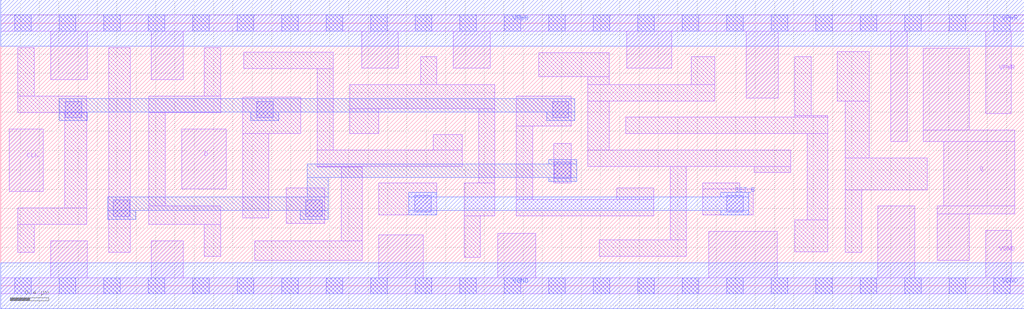
<source format=lef>
# Copyright 2020 The SkyWater PDK Authors
#
# Licensed under the Apache License, Version 2.0 (the "License");
# you may not use this file except in compliance with the License.
# You may obtain a copy of the License at
#
#     https://www.apache.org/licenses/LICENSE-2.0
#
# Unless required by applicable law or agreed to in writing, software
# distributed under the License is distributed on an "AS IS" BASIS,
# WITHOUT WARRANTIES OR CONDITIONS OF ANY KIND, either express or implied.
# See the License for the specific language governing permissions and
# limitations under the License.
#
# SPDX-License-Identifier: Apache-2.0

VERSION 5.7 ;
  NAMESCASESENSITIVE ON ;
  NOWIREEXTENSIONATPIN ON ;
  DIVIDERCHAR "/" ;
  BUSBITCHARS "[]" ;
UNITS
  DATABASE MICRONS 200 ;
END UNITS
PROPERTYDEFINITIONS
  MACRO maskLayoutSubType STRING ;
  MACRO prCellType STRING ;
  MACRO originalViewName STRING ;
END PROPERTYDEFINITIONS
MACRO sky130_fd_sc_hdll__dfstp_2
  CLASS CORE ;
  FOREIGN sky130_fd_sc_hdll__dfstp_2 ;
  ORIGIN  0.000000  0.000000 ;
  SIZE  10.58000 BY  2.720000 ;
  SYMMETRY X Y R90 ;
  SITE unithd ;
  PIN CLK
    ANTENNAGATEAREA  0.178200 ;
    DIRECTION INPUT ;
    USE SIGNAL ;
    PORT
      LAYER li1 ;
        RECT 0.090000 0.975000 0.440000 1.625000 ;
    END
  END CLK
  PIN D
    ANTENNAGATEAREA  0.247200 ;
    DIRECTION INPUT ;
    USE SIGNAL ;
    PORT
      LAYER li1 ;
        RECT 1.870000 1.005000 2.330000 1.625000 ;
    END
  END D
  PIN Q
    ANTENNADIFFAREA  0.530500 ;
    DIRECTION OUTPUT ;
    USE SIGNAL ;
    PORT
      LAYER li1 ;
        RECT 9.540000 1.495000 10.485000 1.615000 ;
        RECT 9.540000 1.615000 10.015000 2.460000 ;
        RECT 9.685000 0.265000 10.015000 0.745000 ;
        RECT 9.685000 0.745000 10.485000 0.825000 ;
        RECT 9.750000 0.825000 10.485000 1.495000 ;
    END
  END Q
  PIN SET_B
    ANTENNAGATEAREA  0.277200 ;
    DIRECTION INPUT ;
    USE SIGNAL ;
    PORT
      LAYER met1 ;
        RECT 4.220000 0.735000 4.510000 0.780000 ;
        RECT 4.220000 0.780000 7.735000 0.920000 ;
        RECT 4.220000 0.920000 4.510000 0.965000 ;
        RECT 7.445000 0.735000 7.735000 0.780000 ;
        RECT 7.445000 0.920000 7.735000 0.965000 ;
    END
  END SET_B
  PIN VGND
    ANTENNADIFFAREA  1.330550 ;
    DIRECTION INOUT ;
    USE SIGNAL ;
    PORT
      LAYER li1 ;
        RECT  0.000000 -0.085000 10.580000 0.085000 ;
        RECT  0.515000  0.085000  0.895000 0.465000 ;
        RECT  1.555000  0.085000  1.885000 0.465000 ;
        RECT  3.910000  0.085000  4.370000 0.525000 ;
        RECT  5.140000  0.085000  5.530000 0.545000 ;
        RECT  7.320000  0.085000  8.030000 0.565000 ;
        RECT  9.070000  0.085000  9.450000 0.825000 ;
        RECT 10.185000  0.085000 10.450000 0.575000 ;
      LAYER mcon ;
        RECT  0.145000 -0.085000  0.315000 0.085000 ;
        RECT  0.605000 -0.085000  0.775000 0.085000 ;
        RECT  1.065000 -0.085000  1.235000 0.085000 ;
        RECT  1.525000 -0.085000  1.695000 0.085000 ;
        RECT  1.985000 -0.085000  2.155000 0.085000 ;
        RECT  2.445000 -0.085000  2.615000 0.085000 ;
        RECT  2.905000 -0.085000  3.075000 0.085000 ;
        RECT  3.365000 -0.085000  3.535000 0.085000 ;
        RECT  3.825000 -0.085000  3.995000 0.085000 ;
        RECT  4.285000 -0.085000  4.455000 0.085000 ;
        RECT  4.745000 -0.085000  4.915000 0.085000 ;
        RECT  5.205000 -0.085000  5.375000 0.085000 ;
        RECT  5.665000 -0.085000  5.835000 0.085000 ;
        RECT  6.125000 -0.085000  6.295000 0.085000 ;
        RECT  6.585000 -0.085000  6.755000 0.085000 ;
        RECT  7.045000 -0.085000  7.215000 0.085000 ;
        RECT  7.505000 -0.085000  7.675000 0.085000 ;
        RECT  7.965000 -0.085000  8.135000 0.085000 ;
        RECT  8.425000 -0.085000  8.595000 0.085000 ;
        RECT  8.885000 -0.085000  9.055000 0.085000 ;
        RECT  9.345000 -0.085000  9.515000 0.085000 ;
        RECT  9.805000 -0.085000  9.975000 0.085000 ;
        RECT 10.265000 -0.085000 10.435000 0.085000 ;
    END
    PORT
      LAYER met1 ;
        RECT 0.000000 -0.240000 10.580000 0.240000 ;
    END
  END VGND
  PIN VPWR
    ANTENNADIFFAREA  1.678900 ;
    DIRECTION INOUT ;
    USE SIGNAL ;
    PORT
      LAYER li1 ;
        RECT  0.000000 2.635000 10.580000 2.805000 ;
        RECT  0.515000 2.135000  0.895000 2.635000 ;
        RECT  1.555000 2.135000  1.885000 2.635000 ;
        RECT  3.730000 2.255000  4.110000 2.635000 ;
        RECT  4.680000 2.255000  5.060000 2.635000 ;
        RECT  6.470000 2.255000  6.940000 2.635000 ;
        RECT  7.710000 1.945000  8.040000 2.635000 ;
        RECT  9.200000 1.495000  9.370000 2.635000 ;
        RECT 10.185000 1.785000 10.450000 2.635000 ;
      LAYER mcon ;
        RECT  0.145000 2.635000  0.315000 2.805000 ;
        RECT  0.605000 2.635000  0.775000 2.805000 ;
        RECT  1.065000 2.635000  1.235000 2.805000 ;
        RECT  1.525000 2.635000  1.695000 2.805000 ;
        RECT  1.985000 2.635000  2.155000 2.805000 ;
        RECT  2.445000 2.635000  2.615000 2.805000 ;
        RECT  2.905000 2.635000  3.075000 2.805000 ;
        RECT  3.365000 2.635000  3.535000 2.805000 ;
        RECT  3.825000 2.635000  3.995000 2.805000 ;
        RECT  4.285000 2.635000  4.455000 2.805000 ;
        RECT  4.745000 2.635000  4.915000 2.805000 ;
        RECT  5.205000 2.635000  5.375000 2.805000 ;
        RECT  5.665000 2.635000  5.835000 2.805000 ;
        RECT  6.125000 2.635000  6.295000 2.805000 ;
        RECT  6.585000 2.635000  6.755000 2.805000 ;
        RECT  7.045000 2.635000  7.215000 2.805000 ;
        RECT  7.505000 2.635000  7.675000 2.805000 ;
        RECT  7.965000 2.635000  8.135000 2.805000 ;
        RECT  8.425000 2.635000  8.595000 2.805000 ;
        RECT  8.885000 2.635000  9.055000 2.805000 ;
        RECT  9.345000 2.635000  9.515000 2.805000 ;
        RECT  9.805000 2.635000  9.975000 2.805000 ;
        RECT 10.265000 2.635000 10.435000 2.805000 ;
    END
    PORT
      LAYER met1 ;
        RECT 0.000000 2.480000 10.580000 2.960000 ;
    END
  END VPWR
  OBS
    LAYER li1 ;
      RECT 0.175000 0.345000 0.345000 0.635000 ;
      RECT 0.175000 0.635000 0.890000 0.805000 ;
      RECT 0.175000 1.795000 0.890000 1.965000 ;
      RECT 0.175000 1.965000 0.345000 2.465000 ;
      RECT 0.660000 0.805000 0.890000 1.795000 ;
      RECT 1.115000 0.345000 1.340000 2.465000 ;
      RECT 1.530000 0.635000 2.275000 0.825000 ;
      RECT 1.530000 0.825000 1.700000 1.795000 ;
      RECT 1.530000 1.795000 2.275000 1.965000 ;
      RECT 2.105000 0.305000 2.275000 0.635000 ;
      RECT 2.105000 1.965000 2.275000 2.465000 ;
      RECT 2.500000 0.705000 2.770000 1.575000 ;
      RECT 2.500000 1.575000 3.100000 1.955000 ;
      RECT 2.510000 2.250000 3.440000 2.420000 ;
      RECT 2.625000 0.265000 3.740000 0.465000 ;
      RECT 2.950000 0.645000 3.350000 1.015000 ;
      RECT 3.270000 1.230000 3.740000 1.235000 ;
      RECT 3.270000 1.235000 4.770000 1.405000 ;
      RECT 3.270000 1.405000 3.440000 2.250000 ;
      RECT 3.520000 0.465000 3.740000 1.230000 ;
      RECT 3.610000 1.575000 3.910000 1.835000 ;
      RECT 3.610000 1.835000 5.110000 2.085000 ;
      RECT 3.910000 0.735000 4.510000 1.065000 ;
      RECT 4.340000 2.085000 4.510000 2.375000 ;
      RECT 4.470000 1.405000 4.770000 1.565000 ;
      RECT 4.790000 0.295000 4.960000 0.725000 ;
      RECT 4.790000 0.725000 5.110000 1.065000 ;
      RECT 4.940000 1.065000 5.110000 1.835000 ;
      RECT 5.330000 0.725000 6.750000 0.895000 ;
      RECT 5.330000 0.895000 5.500000 1.655000 ;
      RECT 5.330000 1.655000 5.900000 1.965000 ;
      RECT 5.560000 2.165000 6.290000 2.415000 ;
      RECT 5.720000 1.065000 5.900000 1.475000 ;
      RECT 6.070000 1.235000 8.170000 1.405000 ;
      RECT 6.070000 1.405000 6.290000 1.915000 ;
      RECT 6.070000 1.915000 7.380000 2.085000 ;
      RECT 6.070000 2.085000 6.290000 2.165000 ;
      RECT 6.190000 0.305000 7.090000 0.475000 ;
      RECT 6.370000 0.895000 6.750000 1.015000 ;
      RECT 6.460000 1.575000 8.550000 1.745000 ;
      RECT 6.920000 0.475000 7.090000 1.235000 ;
      RECT 7.140000 2.085000 7.380000 2.375000 ;
      RECT 7.260000 0.735000 7.780000 1.005000 ;
      RECT 7.260000 1.005000 7.640000 1.065000 ;
      RECT 7.790000 1.175000 8.170000 1.235000 ;
      RECT 8.210000 0.350000 8.550000 0.680000 ;
      RECT 8.210000 1.745000 8.550000 1.765000 ;
      RECT 8.210000 1.765000 8.380000 2.375000 ;
      RECT 8.340000 0.680000 8.550000 1.575000 ;
      RECT 8.650000 1.915000 8.980000 2.425000 ;
      RECT 8.730000 0.345000 8.900000 0.995000 ;
      RECT 8.730000 0.995000 9.580000 1.325000 ;
      RECT 8.730000 1.325000 8.980000 1.915000 ;
    LAYER mcon ;
      RECT 0.665000 1.740000 0.835000 1.910000 ;
      RECT 1.165000 0.720000 1.335000 0.890000 ;
      RECT 2.645000 1.740000 2.815000 1.910000 ;
      RECT 3.155000 0.720000 3.325000 0.890000 ;
      RECT 4.280000 0.765000 4.450000 0.935000 ;
      RECT 5.705000 1.740000 5.875000 1.910000 ;
      RECT 5.725000 1.110000 5.895000 1.280000 ;
      RECT 7.505000 0.765000 7.675000 0.935000 ;
    LAYER met1 ;
      RECT 0.605000 1.710000 0.895000 1.800000 ;
      RECT 0.605000 1.800000 5.935000 1.940000 ;
      RECT 1.105000 0.690000 1.395000 0.780000 ;
      RECT 1.105000 0.780000 3.385000 0.920000 ;
      RECT 2.585000 1.710000 2.875000 1.800000 ;
      RECT 3.095000 0.690000 3.385000 0.780000 ;
      RECT 3.170000 0.920000 3.385000 1.120000 ;
      RECT 3.170000 1.120000 5.955000 1.260000 ;
      RECT 5.645000 1.710000 5.935000 1.800000 ;
      RECT 5.665000 1.080000 5.955000 1.120000 ;
      RECT 5.665000 1.260000 5.955000 1.310000 ;
  END
  PROPERTY maskLayoutSubType "abstract" ;
  PROPERTY prCellType "standard" ;
  PROPERTY originalViewName "layout" ;
END sky130_fd_sc_hdll__dfstp_2
END LIBRARY

</source>
